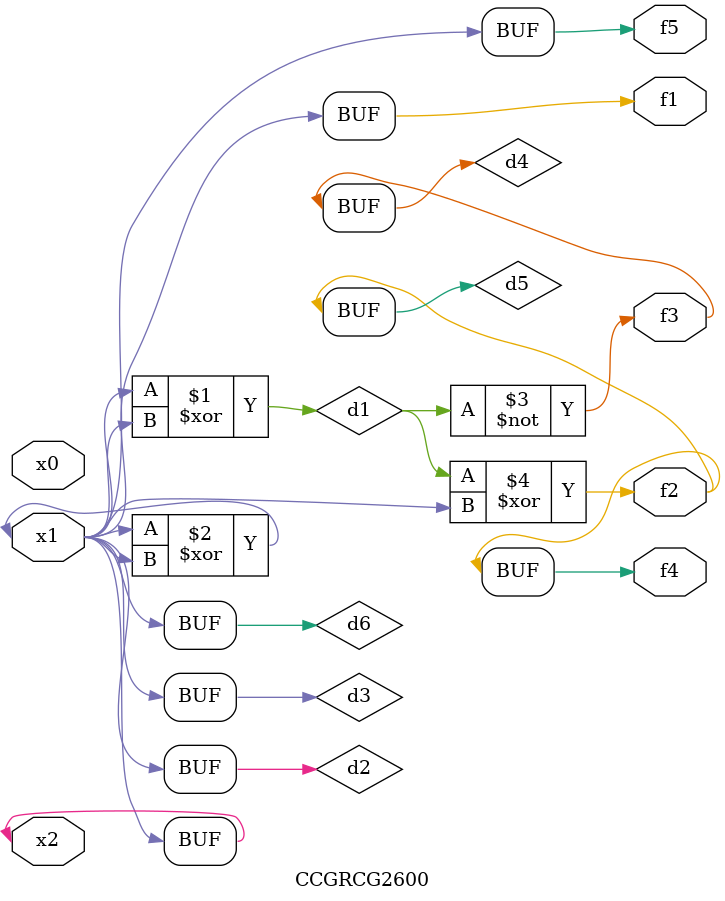
<source format=v>
module CCGRCG2600(
	input x0, x1, x2,
	output f1, f2, f3, f4, f5
);

	wire d1, d2, d3, d4, d5, d6;

	xor (d1, x1, x2);
	buf (d2, x1, x2);
	xor (d3, x1, x2);
	nor (d4, d1);
	xor (d5, d1, d2);
	buf (d6, d2, d3);
	assign f1 = d6;
	assign f2 = d5;
	assign f3 = d4;
	assign f4 = d5;
	assign f5 = d6;
endmodule

</source>
